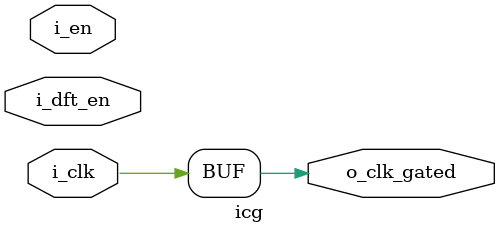
<source format=sv>

`include "common_defs.vh"

module icg (
// -------------------------------------------------------------------------- //
// Clock control
  input wire logic                     i_clk
, input wire logic                     i_en 
, input wire logic                     i_dft_en

// -------------------------------------------------------------------------- //
// Gated clock
, output wire logic                    o_clk_gated
);

// TOOD(stephenry): Establish Verilator's capability in this area
// before enabling.
assign o_clk_gated = i_clk;

endmodule : icg

</source>
